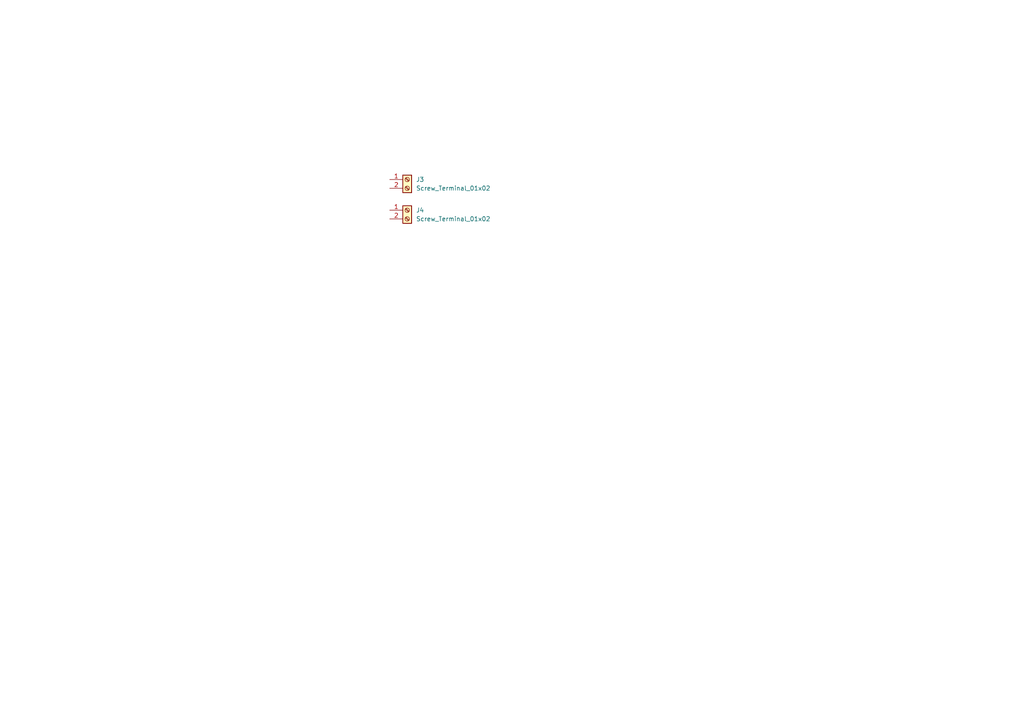
<source format=kicad_sch>
(kicad_sch (version 20231120) (generator "eeschema") (generator_version "8.0")
  (paper "A4")
  (lib_symbols
    (symbol "Connector:Screw_Terminal_01x02" (pin_names (offset 1.016) hide)
      (property "Reference" "J" (at 0 2.54 0))
      (property "Value" "Screw_Terminal_01x02" (at 0 -5.08 0))
      (symbol "Screw_Terminal_01x02_1_1"
        (rectangle (start -1.27 1.27) (end 1.27 -3.81) (stroke (width 0.254)) (fill (type background)))
        (circle (center 0 -2.54) (radius 0.635) (stroke (width 0.1524)))
        (polyline (pts (xy -0.5334 -2.2098) (xy 0.3302 -3.048)) (stroke (width 0.1524)))
        (polyline (pts (xy -0.5334 0.3302) (xy 0.3302 -0.508)) (stroke (width 0.1524)))
        (polyline (pts (xy -0.3556 -2.032) (xy 0.508 -2.8702)) (stroke (width 0.1524)))
        (polyline (pts (xy -0.3556 0.508) (xy 0.508 -0.3302)) (stroke (width 0.1524)))
        (circle (center 0 0) (radius 0.635) (stroke (width 0.1524)))
        (pin passive line (at -5.08 0 0) (length 3.81) (name "Pin_1") (number "1"))
        (pin passive line (at -5.08 -2.54 0) (length 3.81) (name "Pin_2") (number "2"))
      )
    )
  )
  (symbol (lib_id "Connector:Screw_Terminal_01x02") (at 118.11 60.96 0) (unit 1)
    (property "Reference" "J4" (at 120.65 60.9599 0) (effects (justify left)))
    (property "Value" "Screw_Terminal_01x02" (at 120.65 63.4999 0) (effects (justify left)))
    (property "Footprint" "TerminalBlock:TerminalBlock_bornier-2_P5.08mm" (effects (hide yes)))
    (property "Description" "Generic screw terminal, single row, 01x02, script generated (kicad-library-utils/schlib/autogen/connector/)" (effects (hide yes)))
  )
  (symbol (lib_id "Connector:Screw_Terminal_01x02") (at 118.11 52.07 0) (unit 1)
    (property "Reference" "J3" (at 120.65 52.0699 0) (effects (justify left)))
    (property "Value" "Screw_Terminal_01x02" (at 120.65 54.6099 0) (effects (justify left)))
    (property "Footprint" "TerminalBlock:TerminalBlock_bornier-2_P5.08mm" (effects (hide yes)))
    (property "Description" "Generic screw terminal, single row, 01x02, script generated (kicad-library-utils/schlib/autogen/connector/)" (effects (hide yes)))
  )
)
</source>
